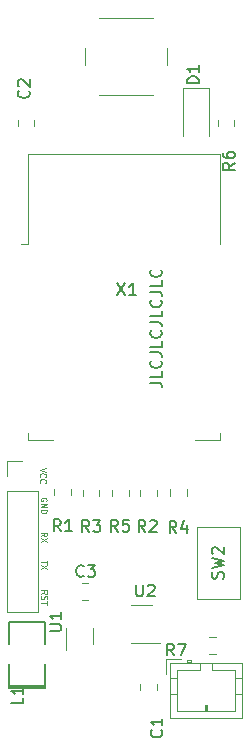
<source format=gbr>
G04 #@! TF.GenerationSoftware,KiCad,Pcbnew,(5.1.5)-1*
G04 #@! TF.CreationDate,2021-02-19T11:30:45+01:00*
G04 #@! TF.ProjectId,button - AAA,62757474-6f6e-4202-9d20-4141412e6b69,rev?*
G04 #@! TF.SameCoordinates,Original*
G04 #@! TF.FileFunction,Legend,Top*
G04 #@! TF.FilePolarity,Positive*
%FSLAX46Y46*%
G04 Gerber Fmt 4.6, Leading zero omitted, Abs format (unit mm)*
G04 Created by KiCad (PCBNEW (5.1.5)-1) date 2021-02-19 11:30:45*
%MOMM*%
%LPD*%
G04 APERTURE LIST*
%ADD10C,0.125000*%
%ADD11C,0.150000*%
%ADD12C,0.120000*%
G04 APERTURE END LIST*
D10*
X119963809Y-102846190D02*
X120201904Y-102679523D01*
X119963809Y-102560476D02*
X120463809Y-102560476D01*
X120463809Y-102750952D01*
X120440000Y-102798571D01*
X120416190Y-102822380D01*
X120368571Y-102846190D01*
X120297142Y-102846190D01*
X120249523Y-102822380D01*
X120225714Y-102798571D01*
X120201904Y-102750952D01*
X120201904Y-102560476D01*
X119987619Y-103036666D02*
X119963809Y-103108095D01*
X119963809Y-103227142D01*
X119987619Y-103274761D01*
X120011428Y-103298571D01*
X120059047Y-103322380D01*
X120106666Y-103322380D01*
X120154285Y-103298571D01*
X120178095Y-103274761D01*
X120201904Y-103227142D01*
X120225714Y-103131904D01*
X120249523Y-103084285D01*
X120273333Y-103060476D01*
X120320952Y-103036666D01*
X120368571Y-103036666D01*
X120416190Y-103060476D01*
X120440000Y-103084285D01*
X120463809Y-103131904D01*
X120463809Y-103250952D01*
X120440000Y-103322380D01*
X120463809Y-103465238D02*
X120463809Y-103750952D01*
X119963809Y-103608095D02*
X120463809Y-103608095D01*
X120423809Y-100039047D02*
X120423809Y-100324761D01*
X119923809Y-100181904D02*
X120423809Y-100181904D01*
X120423809Y-100443809D02*
X119923809Y-100777142D01*
X120423809Y-100777142D02*
X119923809Y-100443809D01*
X119923809Y-97986666D02*
X120161904Y-97820000D01*
X119923809Y-97700952D02*
X120423809Y-97700952D01*
X120423809Y-97891428D01*
X120400000Y-97939047D01*
X120376190Y-97962857D01*
X120328571Y-97986666D01*
X120257142Y-97986666D01*
X120209523Y-97962857D01*
X120185714Y-97939047D01*
X120161904Y-97891428D01*
X120161904Y-97700952D01*
X120423809Y-98153333D02*
X119923809Y-98486666D01*
X120423809Y-98486666D02*
X119923809Y-98153333D01*
X120400000Y-94989047D02*
X120423809Y-94941428D01*
X120423809Y-94870000D01*
X120400000Y-94798571D01*
X120352380Y-94750952D01*
X120304761Y-94727142D01*
X120209523Y-94703333D01*
X120138095Y-94703333D01*
X120042857Y-94727142D01*
X119995238Y-94750952D01*
X119947619Y-94798571D01*
X119923809Y-94870000D01*
X119923809Y-94917619D01*
X119947619Y-94989047D01*
X119971428Y-95012857D01*
X120138095Y-95012857D01*
X120138095Y-94917619D01*
X119923809Y-95227142D02*
X120423809Y-95227142D01*
X119923809Y-95512857D01*
X120423809Y-95512857D01*
X119923809Y-95750952D02*
X120423809Y-95750952D01*
X120423809Y-95870000D01*
X120400000Y-95941428D01*
X120352380Y-95989047D01*
X120304761Y-96012857D01*
X120209523Y-96036666D01*
X120138095Y-96036666D01*
X120042857Y-96012857D01*
X119995238Y-95989047D01*
X119947619Y-95941428D01*
X119923809Y-95870000D01*
X119923809Y-95750952D01*
X120353809Y-92163333D02*
X119853809Y-92330000D01*
X120353809Y-92496666D01*
X119901428Y-92949047D02*
X119877619Y-92925238D01*
X119853809Y-92853809D01*
X119853809Y-92806190D01*
X119877619Y-92734761D01*
X119925238Y-92687142D01*
X119972857Y-92663333D01*
X120068095Y-92639523D01*
X120139523Y-92639523D01*
X120234761Y-92663333D01*
X120282380Y-92687142D01*
X120330000Y-92734761D01*
X120353809Y-92806190D01*
X120353809Y-92853809D01*
X120330000Y-92925238D01*
X120306190Y-92949047D01*
X119901428Y-93449047D02*
X119877619Y-93425238D01*
X119853809Y-93353809D01*
X119853809Y-93306190D01*
X119877619Y-93234761D01*
X119925238Y-93187142D01*
X119972857Y-93163333D01*
X120068095Y-93139523D01*
X120139523Y-93139523D01*
X120234761Y-93163333D01*
X120282380Y-93187142D01*
X120330000Y-93234761D01*
X120353809Y-93306190D01*
X120353809Y-93353809D01*
X120330000Y-93425238D01*
X120306190Y-93449047D01*
D11*
X129172380Y-84969047D02*
X129886666Y-84969047D01*
X130029523Y-85016666D01*
X130124761Y-85111904D01*
X130172380Y-85254761D01*
X130172380Y-85350000D01*
X130172380Y-84016666D02*
X130172380Y-84492857D01*
X129172380Y-84492857D01*
X130077142Y-83111904D02*
X130124761Y-83159523D01*
X130172380Y-83302380D01*
X130172380Y-83397619D01*
X130124761Y-83540476D01*
X130029523Y-83635714D01*
X129934285Y-83683333D01*
X129743809Y-83730952D01*
X129600952Y-83730952D01*
X129410476Y-83683333D01*
X129315238Y-83635714D01*
X129220000Y-83540476D01*
X129172380Y-83397619D01*
X129172380Y-83302380D01*
X129220000Y-83159523D01*
X129267619Y-83111904D01*
X129172380Y-82397619D02*
X129886666Y-82397619D01*
X130029523Y-82445238D01*
X130124761Y-82540476D01*
X130172380Y-82683333D01*
X130172380Y-82778571D01*
X130172380Y-81445238D02*
X130172380Y-81921428D01*
X129172380Y-81921428D01*
X130077142Y-80540476D02*
X130124761Y-80588095D01*
X130172380Y-80730952D01*
X130172380Y-80826190D01*
X130124761Y-80969047D01*
X130029523Y-81064285D01*
X129934285Y-81111904D01*
X129743809Y-81159523D01*
X129600952Y-81159523D01*
X129410476Y-81111904D01*
X129315238Y-81064285D01*
X129220000Y-80969047D01*
X129172380Y-80826190D01*
X129172380Y-80730952D01*
X129220000Y-80588095D01*
X129267619Y-80540476D01*
X129172380Y-79826190D02*
X129886666Y-79826190D01*
X130029523Y-79873809D01*
X130124761Y-79969047D01*
X130172380Y-80111904D01*
X130172380Y-80207142D01*
X130172380Y-78873809D02*
X130172380Y-79350000D01*
X129172380Y-79350000D01*
X130077142Y-77969047D02*
X130124761Y-78016666D01*
X130172380Y-78159523D01*
X130172380Y-78254761D01*
X130124761Y-78397619D01*
X130029523Y-78492857D01*
X129934285Y-78540476D01*
X129743809Y-78588095D01*
X129600952Y-78588095D01*
X129410476Y-78540476D01*
X129315238Y-78492857D01*
X129220000Y-78397619D01*
X129172380Y-78254761D01*
X129172380Y-78159523D01*
X129220000Y-78016666D01*
X129267619Y-77969047D01*
X129172380Y-77254761D02*
X129886666Y-77254761D01*
X130029523Y-77302380D01*
X130124761Y-77397619D01*
X130172380Y-77540476D01*
X130172380Y-77635714D01*
X130172380Y-76302380D02*
X130172380Y-76778571D01*
X129172380Y-76778571D01*
X130077142Y-75397619D02*
X130124761Y-75445238D01*
X130172380Y-75588095D01*
X130172380Y-75683333D01*
X130124761Y-75826190D01*
X130029523Y-75921428D01*
X129934285Y-75969047D01*
X129743809Y-76016666D01*
X129600952Y-76016666D01*
X129410476Y-75969047D01*
X129315238Y-75921428D01*
X129220000Y-75826190D01*
X129172380Y-75683333D01*
X129172380Y-75588095D01*
X129220000Y-75445238D01*
X129267619Y-75397619D01*
X117226000Y-110814000D02*
X120274000Y-110814000D01*
X120274000Y-107131000D02*
X120274000Y-105226000D01*
X120274000Y-105226000D02*
X117226000Y-105226000D01*
X117226000Y-105226000D02*
X117226000Y-107131000D01*
X117226000Y-108782000D02*
X117226000Y-110814000D01*
X117226000Y-110614000D02*
X120274000Y-110614000D01*
X120274000Y-110814000D02*
X120274000Y-108782000D01*
D12*
X117040000Y-91570000D02*
X118370000Y-91570000D01*
X117040000Y-92900000D02*
X117040000Y-91570000D01*
X117040000Y-94170000D02*
X119700000Y-94170000D01*
X119700000Y-94170000D02*
X119700000Y-104390000D01*
X117040000Y-94170000D02*
X117040000Y-104390000D01*
X117040000Y-104390000D02*
X119700000Y-104390000D01*
X127550000Y-107040000D02*
X130000000Y-107040000D01*
X129350000Y-103820000D02*
X127550000Y-103820000D01*
X134731252Y-106540000D02*
X134208748Y-106540000D01*
X134731252Y-107960000D02*
X134208748Y-107960000D01*
X130570000Y-108380000D02*
X130570000Y-109630000D01*
X131820000Y-108380000D02*
X130570000Y-108380000D01*
X133930000Y-112790000D02*
X133930000Y-112290000D01*
X134030000Y-112290000D02*
X134030000Y-112790000D01*
X133830000Y-112290000D02*
X134030000Y-112290000D01*
X133830000Y-112790000D02*
X133830000Y-112290000D01*
X136990000Y-111290000D02*
X136380000Y-111290000D01*
X136990000Y-109990000D02*
X136380000Y-109990000D01*
X130870000Y-111290000D02*
X131480000Y-111290000D01*
X130870000Y-109990000D02*
X131480000Y-109990000D01*
X134430000Y-109290000D02*
X134430000Y-108680000D01*
X136380000Y-109290000D02*
X134430000Y-109290000D01*
X136380000Y-112790000D02*
X136380000Y-109290000D01*
X131480000Y-112790000D02*
X136380000Y-112790000D01*
X131480000Y-109290000D02*
X131480000Y-112790000D01*
X133430000Y-109290000D02*
X131480000Y-109290000D01*
X133430000Y-108680000D02*
X133430000Y-109290000D01*
X132630000Y-108580000D02*
X132330000Y-108580000D01*
X132330000Y-108480000D02*
X132330000Y-108680000D01*
X132630000Y-108480000D02*
X132330000Y-108480000D01*
X132630000Y-108680000D02*
X132630000Y-108480000D01*
X136990000Y-108680000D02*
X130870000Y-108680000D01*
X136990000Y-113400000D02*
X136990000Y-108680000D01*
X130870000Y-113400000D02*
X136990000Y-113400000D01*
X130870000Y-108680000D02*
X130870000Y-113400000D01*
X131985000Y-59985000D02*
X131985000Y-64070000D01*
X134155000Y-59985000D02*
X131985000Y-59985000D01*
X134155000Y-64070000D02*
X134155000Y-59985000D01*
X118830000Y-73240000D02*
X118220000Y-73240000D01*
X118830000Y-73240000D02*
X118830000Y-65620000D01*
X118830000Y-89860000D02*
X118830000Y-89240000D01*
X120950000Y-89860000D02*
X118830000Y-89860000D01*
X135070000Y-89860000D02*
X132950000Y-89860000D01*
X135070000Y-89240000D02*
X135070000Y-89860000D01*
X135070000Y-65620000D02*
X135070000Y-73240000D01*
X118830000Y-65620000D02*
X135070000Y-65620000D01*
X122050000Y-105720000D02*
X122050000Y-107620000D01*
X124370000Y-107120000D02*
X124370000Y-105720000D01*
X136760000Y-97160000D02*
X136760000Y-103280000D01*
X136760000Y-103280000D02*
X133140000Y-103280000D01*
X133140000Y-103280000D02*
X133140000Y-97160000D01*
X133140000Y-97160000D02*
X136760000Y-97160000D01*
X123640000Y-56600000D02*
X123640000Y-58100000D01*
X124890000Y-60600000D02*
X129390000Y-60600000D01*
X130640000Y-58100000D02*
X130640000Y-56600000D01*
X129390000Y-54100000D02*
X124890000Y-54100000D01*
X136330000Y-63211252D02*
X136330000Y-62688748D01*
X134910000Y-63211252D02*
X134910000Y-62688748D01*
X127420000Y-94541252D02*
X127420000Y-94018748D01*
X126000000Y-94541252D02*
X126000000Y-94018748D01*
X132320000Y-94531252D02*
X132320000Y-94008748D01*
X130900000Y-94531252D02*
X130900000Y-94008748D01*
X124900000Y-94551252D02*
X124900000Y-94028748D01*
X123480000Y-94551252D02*
X123480000Y-94028748D01*
X129790000Y-94551252D02*
X129790000Y-94028748D01*
X128370000Y-94551252D02*
X128370000Y-94028748D01*
X122500000Y-94471252D02*
X122500000Y-93948748D01*
X121080000Y-94471252D02*
X121080000Y-93948748D01*
X123961252Y-101950000D02*
X123438748Y-101950000D01*
X123961252Y-103370000D02*
X123438748Y-103370000D01*
X117960000Y-62738748D02*
X117960000Y-63261252D01*
X119380000Y-62738748D02*
X119380000Y-63261252D01*
X129740000Y-111001252D02*
X129740000Y-110478748D01*
X128320000Y-111001252D02*
X128320000Y-110478748D01*
D11*
X118422380Y-111636666D02*
X118422380Y-112112857D01*
X117422380Y-112112857D01*
X118422380Y-110779523D02*
X118422380Y-111350952D01*
X118422380Y-111065238D02*
X117422380Y-111065238D01*
X117565238Y-111160476D01*
X117660476Y-111255714D01*
X117708095Y-111350952D01*
X127998095Y-102062380D02*
X127998095Y-102871904D01*
X128045714Y-102967142D01*
X128093333Y-103014761D01*
X128188571Y-103062380D01*
X128379047Y-103062380D01*
X128474285Y-103014761D01*
X128521904Y-102967142D01*
X128569523Y-102871904D01*
X128569523Y-102062380D01*
X128998095Y-102157619D02*
X129045714Y-102110000D01*
X129140952Y-102062380D01*
X129379047Y-102062380D01*
X129474285Y-102110000D01*
X129521904Y-102157619D01*
X129569523Y-102252857D01*
X129569523Y-102348095D01*
X129521904Y-102490952D01*
X128950476Y-103062380D01*
X129569523Y-103062380D01*
X131193333Y-108062380D02*
X130860000Y-107586190D01*
X130621904Y-108062380D02*
X130621904Y-107062380D01*
X131002857Y-107062380D01*
X131098095Y-107110000D01*
X131145714Y-107157619D01*
X131193333Y-107252857D01*
X131193333Y-107395714D01*
X131145714Y-107490952D01*
X131098095Y-107538571D01*
X131002857Y-107586190D01*
X130621904Y-107586190D01*
X131526666Y-107062380D02*
X132193333Y-107062380D01*
X131764761Y-108062380D01*
X133312380Y-59608095D02*
X132312380Y-59608095D01*
X132312380Y-59370000D01*
X132360000Y-59227142D01*
X132455238Y-59131904D01*
X132550476Y-59084285D01*
X132740952Y-59036666D01*
X132883809Y-59036666D01*
X133074285Y-59084285D01*
X133169523Y-59131904D01*
X133264761Y-59227142D01*
X133312380Y-59370000D01*
X133312380Y-59608095D01*
X133312380Y-58084285D02*
X133312380Y-58655714D01*
X133312380Y-58370000D02*
X132312380Y-58370000D01*
X132455238Y-58465238D01*
X132550476Y-58560476D01*
X132598095Y-58655714D01*
X126420476Y-76542380D02*
X127087142Y-77542380D01*
X127087142Y-76542380D02*
X126420476Y-77542380D01*
X127991904Y-77542380D02*
X127420476Y-77542380D01*
X127706190Y-77542380D02*
X127706190Y-76542380D01*
X127610952Y-76685238D01*
X127515714Y-76780476D01*
X127420476Y-76828095D01*
X120682380Y-105981904D02*
X121491904Y-105981904D01*
X121587142Y-105934285D01*
X121634761Y-105886666D01*
X121682380Y-105791428D01*
X121682380Y-105600952D01*
X121634761Y-105505714D01*
X121587142Y-105458095D01*
X121491904Y-105410476D01*
X120682380Y-105410476D01*
X121682380Y-104410476D02*
X121682380Y-104981904D01*
X121682380Y-104696190D02*
X120682380Y-104696190D01*
X120825238Y-104791428D01*
X120920476Y-104886666D01*
X120968095Y-104981904D01*
X135354761Y-101553333D02*
X135402380Y-101410476D01*
X135402380Y-101172380D01*
X135354761Y-101077142D01*
X135307142Y-101029523D01*
X135211904Y-100981904D01*
X135116666Y-100981904D01*
X135021428Y-101029523D01*
X134973809Y-101077142D01*
X134926190Y-101172380D01*
X134878571Y-101362857D01*
X134830952Y-101458095D01*
X134783333Y-101505714D01*
X134688095Y-101553333D01*
X134592857Y-101553333D01*
X134497619Y-101505714D01*
X134450000Y-101458095D01*
X134402380Y-101362857D01*
X134402380Y-101124761D01*
X134450000Y-100981904D01*
X134402380Y-100648571D02*
X135402380Y-100410476D01*
X134688095Y-100220000D01*
X135402380Y-100029523D01*
X134402380Y-99791428D01*
X134497619Y-99458095D02*
X134450000Y-99410476D01*
X134402380Y-99315238D01*
X134402380Y-99077142D01*
X134450000Y-98981904D01*
X134497619Y-98934285D01*
X134592857Y-98886666D01*
X134688095Y-98886666D01*
X134830952Y-98934285D01*
X135402380Y-99505714D01*
X135402380Y-98886666D01*
X136332380Y-66356666D02*
X135856190Y-66690000D01*
X136332380Y-66928095D02*
X135332380Y-66928095D01*
X135332380Y-66547142D01*
X135380000Y-66451904D01*
X135427619Y-66404285D01*
X135522857Y-66356666D01*
X135665714Y-66356666D01*
X135760952Y-66404285D01*
X135808571Y-66451904D01*
X135856190Y-66547142D01*
X135856190Y-66928095D01*
X135332380Y-65499523D02*
X135332380Y-65690000D01*
X135380000Y-65785238D01*
X135427619Y-65832857D01*
X135570476Y-65928095D01*
X135760952Y-65975714D01*
X136141904Y-65975714D01*
X136237142Y-65928095D01*
X136284761Y-65880476D01*
X136332380Y-65785238D01*
X136332380Y-65594761D01*
X136284761Y-65499523D01*
X136237142Y-65451904D01*
X136141904Y-65404285D01*
X135903809Y-65404285D01*
X135808571Y-65451904D01*
X135760952Y-65499523D01*
X135713333Y-65594761D01*
X135713333Y-65785238D01*
X135760952Y-65880476D01*
X135808571Y-65928095D01*
X135903809Y-65975714D01*
X126473333Y-97572380D02*
X126140000Y-97096190D01*
X125901904Y-97572380D02*
X125901904Y-96572380D01*
X126282857Y-96572380D01*
X126378095Y-96620000D01*
X126425714Y-96667619D01*
X126473333Y-96762857D01*
X126473333Y-96905714D01*
X126425714Y-97000952D01*
X126378095Y-97048571D01*
X126282857Y-97096190D01*
X125901904Y-97096190D01*
X127378095Y-96572380D02*
X126901904Y-96572380D01*
X126854285Y-97048571D01*
X126901904Y-97000952D01*
X126997142Y-96953333D01*
X127235238Y-96953333D01*
X127330476Y-97000952D01*
X127378095Y-97048571D01*
X127425714Y-97143809D01*
X127425714Y-97381904D01*
X127378095Y-97477142D01*
X127330476Y-97524761D01*
X127235238Y-97572380D01*
X126997142Y-97572380D01*
X126901904Y-97524761D01*
X126854285Y-97477142D01*
X131413333Y-97682380D02*
X131080000Y-97206190D01*
X130841904Y-97682380D02*
X130841904Y-96682380D01*
X131222857Y-96682380D01*
X131318095Y-96730000D01*
X131365714Y-96777619D01*
X131413333Y-96872857D01*
X131413333Y-97015714D01*
X131365714Y-97110952D01*
X131318095Y-97158571D01*
X131222857Y-97206190D01*
X130841904Y-97206190D01*
X132270476Y-97015714D02*
X132270476Y-97682380D01*
X132032380Y-96634761D02*
X131794285Y-97349047D01*
X132413333Y-97349047D01*
X124033333Y-97612380D02*
X123700000Y-97136190D01*
X123461904Y-97612380D02*
X123461904Y-96612380D01*
X123842857Y-96612380D01*
X123938095Y-96660000D01*
X123985714Y-96707619D01*
X124033333Y-96802857D01*
X124033333Y-96945714D01*
X123985714Y-97040952D01*
X123938095Y-97088571D01*
X123842857Y-97136190D01*
X123461904Y-97136190D01*
X124366666Y-96612380D02*
X124985714Y-96612380D01*
X124652380Y-96993333D01*
X124795238Y-96993333D01*
X124890476Y-97040952D01*
X124938095Y-97088571D01*
X124985714Y-97183809D01*
X124985714Y-97421904D01*
X124938095Y-97517142D01*
X124890476Y-97564761D01*
X124795238Y-97612380D01*
X124509523Y-97612380D01*
X124414285Y-97564761D01*
X124366666Y-97517142D01*
X128783333Y-97612380D02*
X128450000Y-97136190D01*
X128211904Y-97612380D02*
X128211904Y-96612380D01*
X128592857Y-96612380D01*
X128688095Y-96660000D01*
X128735714Y-96707619D01*
X128783333Y-96802857D01*
X128783333Y-96945714D01*
X128735714Y-97040952D01*
X128688095Y-97088571D01*
X128592857Y-97136190D01*
X128211904Y-97136190D01*
X129164285Y-96707619D02*
X129211904Y-96660000D01*
X129307142Y-96612380D01*
X129545238Y-96612380D01*
X129640476Y-96660000D01*
X129688095Y-96707619D01*
X129735714Y-96802857D01*
X129735714Y-96898095D01*
X129688095Y-97040952D01*
X129116666Y-97612380D01*
X129735714Y-97612380D01*
X121613333Y-97542380D02*
X121280000Y-97066190D01*
X121041904Y-97542380D02*
X121041904Y-96542380D01*
X121422857Y-96542380D01*
X121518095Y-96590000D01*
X121565714Y-96637619D01*
X121613333Y-96732857D01*
X121613333Y-96875714D01*
X121565714Y-96970952D01*
X121518095Y-97018571D01*
X121422857Y-97066190D01*
X121041904Y-97066190D01*
X122565714Y-97542380D02*
X121994285Y-97542380D01*
X122280000Y-97542380D02*
X122280000Y-96542380D01*
X122184761Y-96685238D01*
X122089523Y-96780476D01*
X121994285Y-96828095D01*
X123553333Y-101307142D02*
X123505714Y-101354761D01*
X123362857Y-101402380D01*
X123267619Y-101402380D01*
X123124761Y-101354761D01*
X123029523Y-101259523D01*
X122981904Y-101164285D01*
X122934285Y-100973809D01*
X122934285Y-100830952D01*
X122981904Y-100640476D01*
X123029523Y-100545238D01*
X123124761Y-100450000D01*
X123267619Y-100402380D01*
X123362857Y-100402380D01*
X123505714Y-100450000D01*
X123553333Y-100497619D01*
X123886666Y-100402380D02*
X124505714Y-100402380D01*
X124172380Y-100783333D01*
X124315238Y-100783333D01*
X124410476Y-100830952D01*
X124458095Y-100878571D01*
X124505714Y-100973809D01*
X124505714Y-101211904D01*
X124458095Y-101307142D01*
X124410476Y-101354761D01*
X124315238Y-101402380D01*
X124029523Y-101402380D01*
X123934285Y-101354761D01*
X123886666Y-101307142D01*
X118900142Y-60236666D02*
X118947761Y-60284285D01*
X118995380Y-60427142D01*
X118995380Y-60522380D01*
X118947761Y-60665238D01*
X118852523Y-60760476D01*
X118757285Y-60808095D01*
X118566809Y-60855714D01*
X118423952Y-60855714D01*
X118233476Y-60808095D01*
X118138238Y-60760476D01*
X118043000Y-60665238D01*
X117995380Y-60522380D01*
X117995380Y-60427142D01*
X118043000Y-60284285D01*
X118090619Y-60236666D01*
X118090619Y-59855714D02*
X118043000Y-59808095D01*
X117995380Y-59712857D01*
X117995380Y-59474761D01*
X118043000Y-59379523D01*
X118090619Y-59331904D01*
X118185857Y-59284285D01*
X118281095Y-59284285D01*
X118423952Y-59331904D01*
X118995380Y-59903333D01*
X118995380Y-59284285D01*
X130127142Y-114356666D02*
X130174761Y-114404285D01*
X130222380Y-114547142D01*
X130222380Y-114642380D01*
X130174761Y-114785238D01*
X130079523Y-114880476D01*
X129984285Y-114928095D01*
X129793809Y-114975714D01*
X129650952Y-114975714D01*
X129460476Y-114928095D01*
X129365238Y-114880476D01*
X129270000Y-114785238D01*
X129222380Y-114642380D01*
X129222380Y-114547142D01*
X129270000Y-114404285D01*
X129317619Y-114356666D01*
X130222380Y-113404285D02*
X130222380Y-113975714D01*
X130222380Y-113690000D02*
X129222380Y-113690000D01*
X129365238Y-113785238D01*
X129460476Y-113880476D01*
X129508095Y-113975714D01*
M02*

</source>
